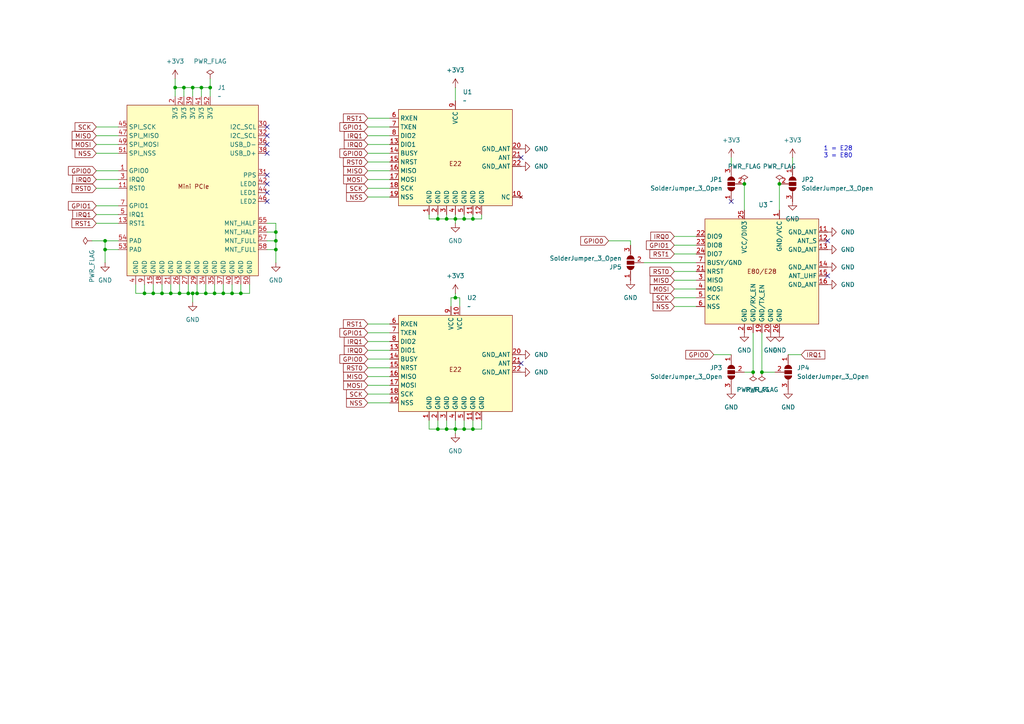
<source format=kicad_sch>
(kicad_sch (version 20250114) (generator "eeschema") (generator_version "9.0")
  (paper "A4")
  (lib_symbols
    (symbol "E22_1"
      (property "Reference" "U" (at 0 0.762 0))
      (symbol "E22_1_1_1"
        (rectangle (start -16.51 13.97) (end 16.51 -13.97) (fill (type background)))
        (text "E22" (at 0 -1.778 0) (effects (font (size 1.27 1.27))))
        (pin tri_state line (at -19.05 11.43 0) (length 2.54) (name "RXEN") (number "6"))
        (pin tri_state line (at -19.05 8.89 0) (length 2.54) (name "TXEN") (number "7"))
        (pin bidirectional line (at -19.05 6.35 0) (length 2.54) (name "DIO2") (number "8"))
        (pin bidirectional line (at -19.05 3.81 0) (length 2.54) (name "DIO1") (number "13"))
        (pin bidirectional line (at -19.05 1.27 0) (length 2.54) (name "BUSY") (number "14"))
        (pin input line (at -19.05 -1.27 0) (length 2.54) (name "NRST") (number "15"))
        (pin tri_state line (at -19.05 -3.81 0) (length 2.54) (name "MISO") (number "16"))
        (pin input line (at -19.05 -6.35 0) (length 2.54) (name "MOSI") (number "17"))
        (pin input line (at -19.05 -8.89 0) (length 2.54) (name "SCK") (number "18"))
        (pin input line (at -19.05 -11.43 0) (length 2.54) (name "NSS") (number "19"))
        (pin power_in line (at -7.62 -16.51 90) (length 2.54) (name "GND") (number "1"))
        (pin power_in line (at -5.08 -16.51 90) (length 2.54) (name "GND") (number "2"))
        (pin power_in line (at -2.54 -16.51 90) (length 2.54) (name "GND") (number "3"))
        (pin power_in line (at 0 16.51 270) (length 2.54) (name "VCC") (number "9"))
        (pin power_in line (at 0 -16.51 90) (length 2.54) (name "GND") (number "4"))
        (pin power_in line (at 2.54 -16.51 90) (length 2.54) (name "GND") (number "5"))
        (pin power_in line (at 5.08 -16.51 90) (length 2.54) (name "GND") (number "11"))
        (pin power_in line (at 7.62 -16.51 90) (length 2.54) (name "GND") (number "12"))
        (pin power_in line (at 19.05 2.54 180) (length 2.54) (name "GND_ANT") (number "20"))
        (pin bidirectional line (at 19.05 0 180) (length 2.54) (name "ANT") (number "21"))
        (pin power_in line (at 19.05 -2.54 180) (length 2.54) (name "GND_ANT") (number "22"))
        (pin no_connect line (at 19.05 -11.43 180) (length 2.54) (name "NC") (number "10"))
      )
    )
    (symbol "Jumper:SolderJumper_3_Open" (pin_names (offset 0) (hide yes)) (in_bom no)
      (property "Reference" "JP" (at -2.54 -2.54 0))
      (property "Value" "SolderJumper_3_Open" (at 0 2.794 0))
      (symbol "SolderJumper_3_Open_0_1"
        (polyline (pts (xy -2.54 0) (xy -2.032 0)))
        (polyline (pts (xy -1.016 1.016) (xy -1.016 -1.016)))
        (arc (start -1.016 -1.016) (mid -2.0276 0) (end -1.016 1.016))
        (arc (start -1.016 -1.016) (mid -2.0276 0) (end -1.016 1.016) (fill (type outline)))
        (rectangle (start -0.508 1.016) (end 0.508 -1.016) (fill (type outline)))
        (polyline (pts (xy 0 -1.27) (xy 0 -1.016)))
        (arc (start 1.016 1.016) (mid 2.0276 0) (end 1.016 -1.016))
        (arc (start 1.016 1.016) (mid 2.0276 0) (end 1.016 -1.016) (fill (type outline)))
        (polyline (pts (xy 1.016 1.016) (xy 1.016 -1.016)))
        (polyline (pts (xy 2.54 0) (xy 2.032 0)))
      )
      (symbol "SolderJumper_3_Open_1_1"
        (pin passive line (at -5.08 0 0) (length 2.54) (name "A") (number "1"))
        (pin passive line (at 0 -3.81 90) (length 2.54) (name "C") (number "2"))
        (pin passive line (at 5.08 0 180) (length 2.54) (name "B") (number "3"))
      )
    )
    (symbol "RadioHAT:E22_Large"
      (property "Reference" "U" (at 0 0.762 0))
      (symbol "E22_Large_1_1"
        (rectangle (start -16.51 13.97) (end 16.51 -13.97) (fill (type background)))
        (text "E22" (at 0 -1.778 0) (effects (font (size 1.27 1.27))))
        (pin tri_state line (at -19.05 11.43 0) (length 2.54) (name "RXEN") (number "6"))
        (pin tri_state line (at -19.05 8.89 0) (length 2.54) (name "TXEN") (number "7"))
        (pin bidirectional line (at -19.05 6.35 0) (length 2.54) (name "DIO2") (number "8"))
        (pin bidirectional line (at -19.05 3.81 0) (length 2.54) (name "DIO1") (number "13"))
        (pin bidirectional line (at -19.05 1.27 0) (length 2.54) (name "BUSY") (number "14"))
        (pin input line (at -19.05 -1.27 0) (length 2.54) (name "NRST") (number "15"))
        (pin tri_state line (at -19.05 -3.81 0) (length 2.54) (name "MISO") (number "16"))
        (pin input line (at -19.05 -6.35 0) (length 2.54) (name "MOSI") (number "17"))
        (pin input line (at -19.05 -8.89 0) (length 2.54) (name "SCK") (number "18"))
        (pin input line (at -19.05 -11.43 0) (length 2.54) (name "NSS") (number "19"))
        (pin power_in line (at -7.62 -16.51 90) (length 2.54) (name "GND") (number "1"))
        (pin power_in line (at -5.08 -16.51 90) (length 2.54) (name "GND") (number "2"))
        (pin power_in line (at -2.54 -16.51 90) (length 2.54) (name "GND") (number "3"))
        (pin power_in line (at -1.27 16.51 270) (length 2.54) (name "VCC") (number "9"))
        (pin power_in line (at 0 -16.51 90) (length 2.54) (name "GND") (number "4"))
        (pin power_in line (at 1.27 16.51 270) (length 2.54) (name "VCC") (number "10"))
        (pin power_in line (at 2.54 -16.51 90) (length 2.54) (name "GND") (number "5"))
        (pin power_in line (at 5.08 -16.51 90) (length 2.54) (name "GND") (number "11"))
        (pin power_in line (at 7.62 -16.51 90) (length 2.54) (name "GND") (number "12"))
        (pin power_in line (at 19.05 2.54 180) (length 2.54) (name "GND_ANT") (number "20"))
        (pin bidirectional line (at 19.05 0 180) (length 2.54) (name "ANT") (number "21"))
        (pin power_in line (at 19.05 -2.54 180) (length 2.54) (name "GND_ANT") (number "22"))
      )
    )
    (symbol "RadioHAT:E80"
      (property "Reference" "U" (at 0 7.112 0))
      (symbol "E80_1_1"
        (rectangle (start -16.51 15.24) (end 16.51 -15.24) (fill (type background)))
        (text "E80/E28\n" (at 0 0 0) (effects (font (size 1.27 1.27))))
        (pin bidirectional line (at -19.05 10.16 0) (length 2.54) (name "DIO9") (number "22"))
        (pin bidirectional line (at -19.05 7.62 0) (length 2.54) (name "DIO8") (number "23"))
        (pin bidirectional line (at -19.05 5.08 0) (length 2.54) (name "DIO7") (number "24"))
        (pin output line (at -19.05 2.54 0) (length 2.54) (name "BUSY/GND") (number "7"))
        (pin input line (at -19.05 0 0) (length 2.54) (name "NRST") (number "21"))
        (pin tri_state line (at -19.05 -2.54 0) (length 2.54) (name "MISO") (number "3"))
        (pin input line (at -19.05 -5.08 0) (length 2.54) (name "MOSI") (number "4"))
        (pin input line (at -19.05 -7.62 0) (length 2.54) (name "SCK") (number "5"))
        (pin input line (at -19.05 -10.16 0) (length 2.54) (name "NSS") (number "6"))
        (pin power_in line (at -5.08 17.78 270) (length 2.54) (name "VCC/DIO3") (number "25"))
        (pin power_in line (at -5.08 -17.78 90) (length 2.54) (name "GND") (number "2"))
        (pin power_in line (at -2.54 -17.78 90) (length 2.54) (name "GND/RX_EN") (number "8"))
        (pin power_in line (at 0 -17.78 90) (length 2.54) (name "GND/TX_EN") (number "19"))
        (pin power_in line (at 2.54 -17.78 90) (length 2.54) (name "GND") (number "20"))
        (pin power_in line (at 5.08 17.78 270) (length 2.54) (name "GND/VCC") (number "1"))
        (pin power_in line (at 5.08 -17.78 90) (length 2.54) (name "GND") (number "26"))
        (pin power_in line (at 19.05 11.43 180) (length 2.54) (name "GND_ANT") (number "11"))
        (pin bidirectional line (at 19.05 8.89 180) (length 2.54) (name "ANT_S") (number "12"))
        (pin power_in line (at 19.05 6.35 180) (length 2.54) (name "GND_ANT") (number "13"))
        (pin power_in line (at 19.05 1.27 180) (length 2.54) (name "GND_ANT") (number "14"))
        (pin bidirectional line (at 19.05 -1.27 180) (length 2.54) (name "ANT_UHF") (number "15"))
        (pin power_in line (at 19.05 -3.81 180) (length 2.54) (name "GND_ANT") (number "16"))
      )
    )
    (symbol "RadioHAT:Mini_PCIe"
      (property "Reference" "J" (at -19.304 28.448 0))
      (symbol "Mini_PCIe_1_1"
        (rectangle (start -19.05 24.13) (end 19.05 -25.4) (fill (type background)))
        (text "Mini PCIe" (at 0.254 0.508 0) (effects (font (size 1.27 1.27))))
        (pin bidirectional line (at -21.59 17.78 0) (length 2.54) (name "SPI_SCK") (number "45"))
        (pin bidirectional line (at -21.59 15.24 0) (length 2.54) (name "SPI_MISO") (number "47"))
        (pin bidirectional line (at -21.59 12.7 0) (length 2.54) (name "SPI_MOSI") (number "49"))
        (pin bidirectional line (at -21.59 10.16 0) (length 2.54) (name "SPI_NSS") (number "51"))
        (pin bidirectional line (at -21.59 5.08 0) (length 2.54) (name "GPIO0") (number "1"))
        (pin bidirectional line (at -21.59 2.54 0) (length 2.54) (name "IRQ0") (number "3"))
        (pin bidirectional line (at -21.59 0 0) (length 2.54) (name "RST0") (number "11"))
        (pin bidirectional line (at -21.59 -5.08 0) (length 2.54) (name "GPIO1") (number "7"))
        (pin bidirectional line (at -21.59 -7.62 0) (length 2.54) (name "IRQ1") (number "5"))
        (pin bidirectional line (at -21.59 -10.16 0) (length 2.54) (name "RST1") (number "13"))
        (pin free line (at -21.59 -15.24 0) (length 2.54) (name "PAD") (number "54"))
        (pin free line (at -21.59 -17.78 0) (length 2.54) (name "PAD") (number "53"))
        (pin power_in line (at -16.51 -27.94 90) (length 2.54) (name "GND") (number "4"))
        (pin power_in line (at -13.97 -27.94 90) (length 2.54) (name "GND") (number "9"))
        (pin power_in line (at -11.43 -27.94 90) (length 2.54) (name "GND") (number "15"))
        (pin power_in line (at -8.89 -27.94 90) (length 2.54) (name "GND") (number "18"))
        (pin power_in line (at -6.35 -27.94 90) (length 2.54) (name "GND") (number "21"))
        (pin power_in line (at -5.08 26.67 270) (length 2.54) (name "3V3") (number "2"))
        (pin power_in line (at -3.81 -27.94 90) (length 2.54) (name "GND") (number "26"))
        (pin power_in line (at -2.54 26.67 270) (length 2.54) (name "3V3") (number "24"))
        (pin power_in line (at -1.27 -27.94 90) (length 2.54) (name "GND") (number "27"))
        (pin power_in line (at 0 26.67 270) (length 2.54) (name "3V3") (number "39"))
        (pin power_in line (at 1.27 -27.94 90) (length 2.54) (name "GND") (number "29"))
        (pin power_in line (at 2.54 26.67 270) (length 2.54) (name "3V3") (number "41"))
        (pin power_in line (at 3.81 -27.94 90) (length 2.54) (name "GND") (number "34"))
        (pin power_in line (at 5.08 26.67 270) (length 2.54) (name "3V3") (number "52"))
        (pin power_in line (at 6.35 -27.94 90) (length 2.54) (name "GND") (number "35"))
        (pin power_in line (at 8.89 -27.94 90) (length 2.54) (name "GND") (number "37"))
        (pin power_in line (at 11.43 -27.94 90) (length 2.54) (name "GND") (number "40"))
        (pin power_in line (at 13.97 -27.94 90) (length 2.54) (name "GND") (number "43"))
        (pin power_in line (at 16.51 -27.94 90) (length 2.54) (name "GND") (number "50"))
        (pin bidirectional line (at 21.59 17.78 180) (length 2.54) (name "I2C_SCL") (number "30"))
        (pin bidirectional line (at 21.59 15.24 180) (length 2.54) (name "I2C_SCL") (number "32"))
        (pin bidirectional line (at 21.59 12.7 180) (length 2.54) (name "USB_D-") (number "36"))
        (pin bidirectional line (at 21.59 10.16 180) (length 2.54) (name "USB_D+") (number "38"))
        (pin bidirectional line (at 21.59 3.81 180) (length 2.54) (name "PPS") (number "31"))
        (pin bidirectional line (at 21.59 1.27 180) (length 2.54) (name "LED0") (number "42"))
        (pin bidirectional line (at 21.59 -1.27 180) (length 2.54) (name "LED1") (number "44"))
        (pin bidirectional line (at 21.59 -3.81 180) (length 2.54) (name "LED2") (number "46"))
        (pin free line (at 21.59 -10.16 180) (length 2.54) (name "MNT_HALF") (number "55"))
        (pin free line (at 21.59 -12.7 180) (length 2.54) (name "MNT_HALF") (number "56"))
        (pin free line (at 21.59 -15.24 180) (length 2.54) (name "MNT_FULL") (number "57"))
        (pin free line (at 21.59 -17.78 180) (length 2.54) (name "MNT_FULL") (number "58"))
      )
    )
    (symbol "power:+3V3" (power) (pin_numbers (hide yes)) (pin_names (offset 0) (hide yes))
      (property "Value" "+3V3" (at 0 3.556 0))
      (symbol "+3V3_0_1"
        (polyline (pts (xy -0.762 1.27) (xy 0 2.54)))
        (polyline (pts (xy 0 2.54) (xy 0.762 1.27)))
        (polyline (pts (xy 0 0) (xy 0 2.54)))
      )
      (symbol "+3V3_1_1"
        (pin power_in line (at 0 0 90) (length 0) (name "~") (number "1"))
      )
    )
    (symbol "power:GND" (power) (pin_numbers (hide yes)) (pin_names (offset 0) (hide yes))
      (property "Value" "GND" (at 0 -3.81 0))
      (symbol "GND_0_1"
        (polyline (pts (xy 0 0) (xy 0 -1.27) (xy 1.27 -1.27) (xy 0 -2.54) (xy -1.27 -1.27) (xy 0 -1.27)))
      )
      (symbol "GND_1_1"
        (pin power_in line (at 0 0 270) (length 0) (name "~") (number "1"))
      )
    )
    (symbol "power:PWR_FLAG" (power) (pin_numbers (hide yes)) (pin_names (offset 0) (hide yes))
      (property "Value" "PWR_FLAG" (at 0 3.81 0))
      (symbol "PWR_FLAG_0_0"
        (pin power_out line (at 0 0 90) (length 0) (name "~") (number "1"))
      )
      (symbol "PWR_FLAG_0_1"
        (polyline (pts (xy 0 0) (xy 0 1.27) (xy -1.016 1.905) (xy 0 2.54) (xy 1.016 1.905) (xy 0 1.27)))
      )
    )
  )
  (text "1 = E28\n3 = E80" (at 243.078 44.196 0) (effects (font (size 1.27 1.27))))
  (junction (at 132.08 63.5))
  (junction (at 215.9 53.34))
  (junction (at 49.53 85.09))
  (junction (at 41.91 85.09))
  (junction (at 127 63.5))
  (junction (at 64.77 85.09))
  (junction (at 127 124.46))
  (junction (at 67.31 85.09))
  (junction (at 62.23 85.09))
  (junction (at 134.62 63.5))
  (junction (at 30.48 69.85))
  (junction (at 59.69 85.09))
  (junction (at 30.48 72.39))
  (junction (at 129.54 63.5))
  (junction (at 69.85 85.09))
  (junction (at 137.16 63.5))
  (junction (at 52.07 85.09))
  (junction (at 80.01 67.31))
  (junction (at 80.01 69.85))
  (junction (at 54.61 85.09))
  (junction (at 55.88 25.4))
  (junction (at 80.01 72.39))
  (junction (at 132.08 86.36))
  (junction (at 53.34 25.4))
  (junction (at 44.45 85.09))
  (junction (at 132.08 124.46))
  (junction (at 60.96 25.4))
  (junction (at 218.44 107.95))
  (junction (at 220.98 107.95))
  (junction (at 55.88 85.09))
  (junction (at 57.15 85.09))
  (junction (at 58.42 25.4))
  (junction (at 50.8 25.4))
  (junction (at 137.16 124.46))
  (junction (at 46.99 85.09))
  (junction (at 129.54 124.46))
  (junction (at 134.62 124.46))
  (junction (at 226.06 53.34))
  (no_connect (at 151.13 45.72))
  (no_connect (at 77.47 36.83))
  (no_connect (at 77.47 39.37))
  (no_connect (at 77.47 41.91))
  (no_connect (at 77.47 44.45))
  (no_connect (at 212.09 58.42))
  (no_connect (at 151.13 105.41))
  (no_connect (at 77.47 58.42))
  (no_connect (at 77.47 55.88))
  (no_connect (at 240.03 69.85))
  (no_connect (at 77.47 53.34))
  (no_connect (at 240.03 80.01))
  (no_connect (at 77.47 50.8))
  (wire (pts (xy 39.37 85.09) (xy 41.91 85.09)))
  (wire (pts (xy 229.87 45.72) (xy 229.87 48.26)))
  (wire (pts (xy 195.58 71.12) (xy 201.93 71.12)))
  (wire (pts (xy 137.16 62.23) (xy 137.16 63.5)))
  (wire (pts (xy 54.61 85.09) (xy 55.88 85.09)))
  (wire (pts (xy 132.08 121.92) (xy 132.08 124.46)))
  (wire (pts (xy 137.16 63.5) (xy 134.62 63.5)))
  (wire (pts (xy 106.68 93.98) (xy 113.03 93.98)))
  (wire (pts (xy 134.62 62.23) (xy 134.62 63.5)))
  (wire (pts (xy 127 124.46) (xy 129.54 124.46)))
  (wire (pts (xy 69.85 82.55) (xy 69.85 85.09)))
  (wire (pts (xy 49.53 82.55) (xy 49.53 85.09)))
  (wire (pts (xy 57.15 82.55) (xy 57.15 85.09)))
  (wire (pts (xy 55.88 25.4) (xy 55.88 27.94)))
  (wire (pts (xy 124.46 121.92) (xy 124.46 124.46)))
  (wire (pts (xy 27.94 52.07) (xy 34.29 52.07)))
  (wire (pts (xy 26.67 69.85) (xy 30.48 69.85)))
  (wire (pts (xy 130.81 88.9) (xy 130.81 86.36)))
  (wire (pts (xy 30.48 72.39) (xy 30.48 76.2)))
  (wire (pts (xy 195.58 81.28) (xy 201.93 81.28)))
  (wire (pts (xy 106.68 96.52) (xy 113.03 96.52)))
  (wire (pts (xy 77.47 72.39) (xy 80.01 72.39)))
  (wire (pts (xy 124.46 124.46) (xy 127 124.46)))
  (wire (pts (xy 132.08 62.23) (xy 132.08 63.5)))
  (wire (pts (xy 176.53 69.85) (xy 182.88 69.85)))
  (wire (pts (xy 130.81 86.36) (xy 132.08 86.36)))
  (wire (pts (xy 106.68 57.15) (xy 113.03 57.15)))
  (wire (pts (xy 106.68 44.45) (xy 113.03 44.45)))
  (wire (pts (xy 106.68 106.68) (xy 113.03 106.68)))
  (wire (pts (xy 137.16 121.92) (xy 137.16 124.46)))
  (wire (pts (xy 132.08 124.46) (xy 132.08 125.73)))
  (wire (pts (xy 55.88 85.09) (xy 57.15 85.09)))
  (wire (pts (xy 124.46 62.23) (xy 124.46 63.5)))
  (wire (pts (xy 137.16 63.5) (xy 139.7 63.5)))
  (wire (pts (xy 30.48 69.85) (xy 30.48 72.39)))
  (wire (pts (xy 64.77 85.09) (xy 67.31 85.09)))
  (wire (pts (xy 133.35 86.36) (xy 132.08 86.36)))
  (wire (pts (xy 195.58 73.66) (xy 201.93 73.66)))
  (wire (pts (xy 132.08 85.09) (xy 132.08 86.36)))
  (wire (pts (xy 106.68 99.06) (xy 113.03 99.06)))
  (wire (pts (xy 41.91 82.55) (xy 41.91 85.09)))
  (wire (pts (xy 46.99 85.09) (xy 49.53 85.09)))
  (wire (pts (xy 220.98 96.52) (xy 220.98 107.95)))
  (wire (pts (xy 106.68 104.14) (xy 113.03 104.14)))
  (wire (pts (xy 134.62 121.92) (xy 134.62 124.46)))
  (wire (pts (xy 27.94 44.45) (xy 34.29 44.45)))
  (wire (pts (xy 57.15 85.09) (xy 59.69 85.09)))
  (wire (pts (xy 220.98 107.95) (xy 224.79 107.95)))
  (wire (pts (xy 127 63.5) (xy 129.54 63.5)))
  (wire (pts (xy 106.68 114.3) (xy 113.03 114.3)))
  (wire (pts (xy 53.34 25.4) (xy 55.88 25.4)))
  (wire (pts (xy 59.69 82.55) (xy 59.69 85.09)))
  (wire (pts (xy 27.94 41.91) (xy 34.29 41.91)))
  (wire (pts (xy 195.58 86.36) (xy 201.93 86.36)))
  (wire (pts (xy 218.44 96.52) (xy 218.44 107.95)))
  (wire (pts (xy 80.01 69.85) (xy 80.01 72.39)))
  (wire (pts (xy 77.47 64.77) (xy 80.01 64.77)))
  (wire (pts (xy 106.68 41.91) (xy 113.03 41.91)))
  (wire (pts (xy 67.31 82.55) (xy 67.31 85.09)))
  (wire (pts (xy 62.23 85.09) (xy 64.77 85.09)))
  (wire (pts (xy 106.68 39.37) (xy 113.03 39.37)))
  (wire (pts (xy 132.08 124.46) (xy 134.62 124.46)))
  (wire (pts (xy 228.6 102.87) (xy 232.41 102.87)))
  (wire (pts (xy 195.58 83.82) (xy 201.93 83.82)))
  (wire (pts (xy 106.68 109.22) (xy 113.03 109.22)))
  (wire (pts (xy 132.08 63.5) (xy 132.08 64.77)))
  (wire (pts (xy 134.62 63.5) (xy 132.08 63.5)))
  (wire (pts (xy 186.69 76.2) (xy 201.93 76.2)))
  (wire (pts (xy 41.91 85.09) (xy 44.45 85.09)))
  (wire (pts (xy 80.01 72.39) (xy 80.01 76.2)))
  (wire (pts (xy 139.7 62.23) (xy 139.7 63.5)))
  (wire (pts (xy 27.94 64.77) (xy 34.29 64.77)))
  (wire (pts (xy 207.01 102.87) (xy 212.09 102.87)))
  (wire (pts (xy 27.94 36.83) (xy 34.29 36.83)))
  (wire (pts (xy 44.45 82.55) (xy 44.45 85.09)))
  (wire (pts (xy 80.01 67.31) (xy 80.01 69.85)))
  (wire (pts (xy 49.53 85.09) (xy 52.07 85.09)))
  (wire (pts (xy 215.9 107.95) (xy 218.44 107.95)))
  (wire (pts (xy 44.45 85.09) (xy 46.99 85.09)))
  (wire (pts (xy 55.88 85.09) (xy 55.88 87.63)))
  (wire (pts (xy 195.58 78.74) (xy 201.93 78.74)))
  (wire (pts (xy 67.31 85.09) (xy 69.85 85.09)))
  (wire (pts (xy 129.54 62.23) (xy 129.54 63.5)))
  (wire (pts (xy 106.68 111.76) (xy 113.03 111.76)))
  (wire (pts (xy 55.88 25.4) (xy 58.42 25.4)))
  (wire (pts (xy 27.94 49.53) (xy 34.29 49.53)))
  (wire (pts (xy 215.9 53.34) (xy 215.9 60.96)))
  (wire (pts (xy 39.37 82.55) (xy 39.37 85.09)))
  (wire (pts (xy 46.99 82.55) (xy 46.99 85.09)))
  (wire (pts (xy 124.46 63.5) (xy 127 63.5)))
  (wire (pts (xy 52.07 85.09) (xy 54.61 85.09)))
  (wire (pts (xy 27.94 39.37) (xy 34.29 39.37)))
  (wire (pts (xy 137.16 124.46) (xy 139.7 124.46)))
  (wire (pts (xy 182.88 69.85) (xy 182.88 71.12)))
  (wire (pts (xy 139.7 121.92) (xy 139.7 124.46)))
  (wire (pts (xy 50.8 25.4) (xy 53.34 25.4)))
  (wire (pts (xy 59.69 85.09) (xy 62.23 85.09)))
  (wire (pts (xy 106.68 116.84) (xy 113.03 116.84)))
  (wire (pts (xy 129.54 121.92) (xy 129.54 124.46)))
  (wire (pts (xy 27.94 54.61) (xy 34.29 54.61)))
  (wire (pts (xy 226.06 53.34) (xy 226.06 60.96)))
  (wire (pts (xy 212.09 45.72) (xy 212.09 48.26)))
  (wire (pts (xy 195.58 68.58) (xy 201.93 68.58)))
  (wire (pts (xy 129.54 124.46) (xy 132.08 124.46)))
  (wire (pts (xy 106.68 49.53) (xy 113.03 49.53)))
  (wire (pts (xy 106.68 54.61) (xy 113.03 54.61)))
  (wire (pts (xy 134.62 124.46) (xy 137.16 124.46)))
  (wire (pts (xy 58.42 25.4) (xy 60.96 25.4)))
  (wire (pts (xy 72.39 85.09) (xy 72.39 82.55)))
  (wire (pts (xy 106.68 36.83) (xy 113.03 36.83)))
  (wire (pts (xy 64.77 82.55) (xy 64.77 85.09)))
  (wire (pts (xy 80.01 64.77) (xy 80.01 67.31)))
  (wire (pts (xy 132.08 25.4) (xy 132.08 29.21)))
  (wire (pts (xy 106.68 34.29) (xy 113.03 34.29)))
  (wire (pts (xy 52.07 82.55) (xy 52.07 85.09)))
  (wire (pts (xy 106.68 46.99) (xy 113.03 46.99)))
  (wire (pts (xy 30.48 72.39) (xy 34.29 72.39)))
  (wire (pts (xy 60.96 22.86) (xy 60.96 25.4)))
  (wire (pts (xy 34.29 69.85) (xy 30.48 69.85)))
  (wire (pts (xy 195.58 88.9) (xy 201.93 88.9)))
  (wire (pts (xy 129.54 63.5) (xy 132.08 63.5)))
  (wire (pts (xy 77.47 67.31) (xy 80.01 67.31)))
  (wire (pts (xy 77.47 69.85) (xy 80.01 69.85)))
  (wire (pts (xy 69.85 85.09) (xy 72.39 85.09)))
  (wire (pts (xy 50.8 27.94) (xy 50.8 25.4)))
  (wire (pts (xy 62.23 82.55) (xy 62.23 85.09)))
  (wire (pts (xy 53.34 25.4) (xy 53.34 27.94)))
  (wire (pts (xy 27.94 59.69) (xy 34.29 59.69)))
  (wire (pts (xy 127 121.92) (xy 127 124.46)))
  (wire (pts (xy 127 62.23) (xy 127 63.5)))
  (wire (pts (xy 50.8 22.86) (xy 50.8 25.4)))
  (wire (pts (xy 27.94 62.23) (xy 34.29 62.23)))
  (wire (pts (xy 58.42 25.4) (xy 58.42 27.94)))
  (wire (pts (xy 60.96 25.4) (xy 60.96 27.94)))
  (wire (pts (xy 106.68 52.07) (xy 113.03 52.07)))
  (wire (pts (xy 133.35 88.9) (xy 133.35 86.36)))
  (wire (pts (xy 106.68 101.6) (xy 113.03 101.6)))
  (wire (pts (xy 54.61 82.55) (xy 54.61 85.09)))
  (global_label "MISO" (shape input) (at 106.68 49.53 180) (property "Intersheetrefs" "${INTERSHEET_REFS}" (effects (hide yes))))
  (global_label "GPIO1" (shape input) (at 27.94 59.69 180) (property "Intersheetrefs" "${INTERSHEET_REFS}" (effects (hide yes))))
  (global_label "SCK" (shape input) (at 27.94 36.83 180) (property "Intersheetrefs" "${INTERSHEET_REFS}" (effects (hide yes))))
  (global_label "IRQ1" (shape input) (at 106.68 39.37 180) (property "Intersheetrefs" "${INTERSHEET_REFS}" (effects (hide yes))))
  (global_label "MOSI" (shape input) (at 195.58 83.82 180) (property "Intersheetrefs" "${INTERSHEET_REFS}" (effects (hide yes))))
  (global_label "MOSI" (shape input) (at 27.94 41.91 180) (property "Intersheetrefs" "${INTERSHEET_REFS}" (effects (hide yes))))
  (global_label "GPIO0" (shape input) (at 27.94 49.53 180) (property "Intersheetrefs" "${INTERSHEET_REFS}" (effects (hide yes))))
  (global_label "RST0" (shape input) (at 106.68 106.68 180) (property "Intersheetrefs" "${INTERSHEET_REFS}" (effects (hide yes))))
  (global_label "RST0" (shape input) (at 195.58 78.74 180) (property "Intersheetrefs" "${INTERSHEET_REFS}" (effects (hide yes))))
  (global_label "MOSI" (shape input) (at 106.68 111.76 180) (property "Intersheetrefs" "${INTERSHEET_REFS}" (effects (hide yes))))
  (global_label "GPIO0" (shape input) (at 207.01 102.87 180) (property "Intersheetrefs" "${INTERSHEET_REFS}" (effects (hide yes))))
  (global_label "IRQ0" (shape input) (at 106.68 101.6 180) (property "Intersheetrefs" "${INTERSHEET_REFS}" (effects (hide yes))))
  (global_label "MOSI" (shape input) (at 106.68 52.07 180) (property "Intersheetrefs" "${INTERSHEET_REFS}" (effects (hide yes))))
  (global_label "SCK" (shape input) (at 106.68 54.61 180) (property "Intersheetrefs" "${INTERSHEET_REFS}" (effects (hide yes))))
  (global_label "RST0" (shape input) (at 27.94 54.61 180) (property "Intersheetrefs" "${INTERSHEET_REFS}" (effects (hide yes))))
  (global_label "NSS" (shape input) (at 195.58 88.9 180) (property "Intersheetrefs" "${INTERSHEET_REFS}" (effects (hide yes))))
  (global_label "NSS" (shape input) (at 106.68 57.15 180) (property "Intersheetrefs" "${INTERSHEET_REFS}" (effects (hide yes))))
  (global_label "GPIO0" (shape input) (at 106.68 44.45 180) (property "Intersheetrefs" "${INTERSHEET_REFS}" (effects (hide yes))))
  (global_label "SCK" (shape input) (at 195.58 86.36 180) (property "Intersheetrefs" "${INTERSHEET_REFS}" (effects (hide yes))))
  (global_label "NSS" (shape input) (at 106.68 116.84 180) (property "Intersheetrefs" "${INTERSHEET_REFS}" (effects (hide yes))))
  (global_label "GPIO0" (shape input) (at 176.53 69.85 180) (property "Intersheetrefs" "${INTERSHEET_REFS}" (effects (hide yes))))
  (global_label "IRQ0" (shape input) (at 27.94 52.07 180) (property "Intersheetrefs" "${INTERSHEET_REFS}" (effects (hide yes))))
  (global_label "GPIO1" (shape input) (at 106.68 96.52 180) (property "Intersheetrefs" "${INTERSHEET_REFS}" (effects (hide yes))))
  (global_label "IRQ1" (shape input) (at 27.94 62.23 180) (property "Intersheetrefs" "${INTERSHEET_REFS}" (effects (hide yes))))
  (global_label "GPIO1" (shape input) (at 106.68 36.83 180) (property "Intersheetrefs" "${INTERSHEET_REFS}" (effects (hide yes))))
  (global_label "RST1" (shape input) (at 106.68 34.29 180) (property "Intersheetrefs" "${INTERSHEET_REFS}" (effects (hide yes))))
  (global_label "NSS" (shape input) (at 27.94 44.45 180) (property "Intersheetrefs" "${INTERSHEET_REFS}" (effects (hide yes))))
  (global_label "GPIO0" (shape input) (at 106.68 104.14 180) (property "Intersheetrefs" "${INTERSHEET_REFS}" (effects (hide yes))))
  (global_label "SCK" (shape input) (at 106.68 114.3 180) (property "Intersheetrefs" "${INTERSHEET_REFS}" (effects (hide yes))))
  (global_label "MISO" (shape input) (at 27.94 39.37 180) (property "Intersheetrefs" "${INTERSHEET_REFS}" (effects (hide yes))))
  (global_label "IRQ1" (shape input) (at 106.68 99.06 180) (property "Intersheetrefs" "${INTERSHEET_REFS}" (effects (hide yes))))
  (global_label "RST0" (shape input) (at 106.68 46.99 180) (property "Intersheetrefs" "${INTERSHEET_REFS}" (effects (hide yes))))
  (global_label "GPIO1" (shape input) (at 195.58 71.12 180) (property "Intersheetrefs" "${INTERSHEET_REFS}" (effects (hide yes))))
  (global_label "RST1" (shape input) (at 27.94 64.77 180) (property "Intersheetrefs" "${INTERSHEET_REFS}" (effects (hide yes))))
  (global_label "IRQ0" (shape input) (at 195.58 68.58 180) (property "Intersheetrefs" "${INTERSHEET_REFS}" (effects (hide yes))))
  (global_label "RST1" (shape input) (at 106.68 93.98 180) (property "Intersheetrefs" "${INTERSHEET_REFS}" (effects (hide yes))))
  (global_label "MISO" (shape input) (at 106.68 109.22 180) (property "Intersheetrefs" "${INTERSHEET_REFS}" (effects (hide yes))))
  (global_label "MISO" (shape input) (at 195.58 81.28 180) (property "Intersheetrefs" "${INTERSHEET_REFS}" (effects (hide yes))))
  (global_label "IRQ1" (shape input) (at 232.41 102.87 0) (property "Intersheetrefs" "${INTERSHEET_REFS}" (effects (hide yes))))
  (global_label "IRQ0" (shape input) (at 106.68 41.91 180) (property "Intersheetrefs" "${INTERSHEET_REFS}" (effects (hide yes))))
  (global_label "RST1" (shape input) (at 195.58 73.66 180) (property "Intersheetrefs" "${INTERSHEET_REFS}" (effects (hide yes))))
  (symbol (lib_id "Jumper:SolderJumper_3_Open") (at 228.6 107.95 270) (unit 1) (in_bom no)
    (property "Reference" "JP4" (at 231.14 106.6799 90) (effects (justify left)))
    (property "Value" "SolderJumper_3_Open" (at 231.14 109.2199 90) (effects (justify left)))
    (property "Footprint" "Jumper:SolderJumper-3_P2.0mm_Open_TrianglePad1.0x1.5mm_NumberLabels" (effects (hide yes)))
    (property "Description" "Solder Jumper, 3-pole, open" (effects (hide yes)))
  )
  (symbol (lib_id "power:GND") (at 226.06 96.52 0) (unit 1)
    (property "Reference" "#PWR022" (effects (hide yes)))
    (property "Value" "GND" (at 226.06 101.6 0))
    (property "Description" "Power symbol creates a global label with name \"GND\" , ground" (effects (hide yes)))
  )
  (symbol (lib_id "power:+3V3") (at 50.8 22.86 0) (unit 1)
    (property "Reference" "#PWR04" (effects (hide yes)))
    (property "Value" "+3V3" (at 50.8 17.78 0))
    (property "Description" "Power symbol creates a global label with name \"+3V3\"" (effects (hide yes)))
  )
  (symbol (lib_id "Jumper:SolderJumper_3_Open") (at 229.87 53.34 270) (unit 1) (in_bom no)
    (property "Reference" "JP2" (at 232.41 52.0699 90) (effects (justify left)))
    (property "Value" "SolderJumper_3_Open" (at 232.41 54.6099 90) (effects (justify left)))
    (property "Footprint" "Jumper:SolderJumper-3_P2.0mm_Open_TrianglePad1.0x1.5mm_NumberLabels" (effects (hide yes)))
    (property "Description" "Solder Jumper, 3-pole, open" (effects (hide yes)))
  )
  (symbol (lib_id "power:GND") (at 151.13 43.18 90) (unit 1)
    (property "Reference" "#PWR06" (effects (hide yes)))
    (property "Value" "GND" (at 154.94 43.1799 90) (effects (justify right)))
    (property "Description" "Power symbol creates a global label with name \"GND\" , ground" (effects (hide yes)))
  )
  (symbol (lib_id "power:GND") (at 215.9 96.52 0) (unit 1)
    (property "Reference" "#PWR015" (effects (hide yes)))
    (property "Value" "GND" (at 215.9 101.6 0))
    (property "Description" "Power symbol creates a global label with name \"GND\" , ground" (effects (hide yes)))
  )
  (symbol (lib_id "power:+3V3") (at 212.09 45.72 0) (unit 1)
    (property "Reference" "#PWR019" (effects (hide yes)))
    (property "Value" "+3V3" (at 212.09 40.64 0))
    (property "Description" "Power symbol creates a global label with name \"+3V3\"" (effects (hide yes)))
  )
  (symbol (lib_id "Jumper:SolderJumper_3_Open") (at 212.09 107.95 90) (mirror x) (unit 1) (in_bom no)
    (property "Reference" "JP3" (at 209.55 106.6799 90) (effects (justify left)))
    (property "Value" "SolderJumper_3_Open" (at 209.55 109.2199 90) (effects (justify left)))
    (property "Footprint" "Jumper:SolderJumper-3_P2.0mm_Open_TrianglePad1.0x1.5mm_NumberLabels" (effects (hide yes)))
    (property "Description" "Solder Jumper, 3-pole, open" (effects (hide yes)))
  )
  (symbol (lib_id "power:GND") (at 240.03 82.55 90) (unit 1)
    (property "Reference" "#PWR07" (effects (hide yes)))
    (property "Value" "GND" (at 243.84 82.5499 90) (effects (justify right)))
    (property "Description" "Power symbol creates a global label with name \"GND\" , ground" (effects (hide yes)))
  )
  (symbol (lib_id "power:PWR_FLAG") (at 226.06 53.34 0) (unit 1)
    (property "Reference" "#FLG04" (effects (hide yes)))
    (property "Value" "PWR_FLAG" (at 226.06 48.26 0))
    (property "Description" "Special symbol for telling ERC where power comes from" (effects (hide yes)))
  )
  (symbol (lib_id "power:+3V3") (at 132.08 25.4 0) (unit 1)
    (property "Reference" "#PWR016" (effects (hide yes)))
    (property "Value" "+3V3" (at 132.08 20.32 0))
    (property "Description" "Power symbol creates a global label with name \"+3V3\"" (effects (hide yes)))
  )
  (symbol (lib_id "power:GND") (at 182.88 81.28 0) (unit 1)
    (property "Reference" "#PWR025" (effects (hide yes)))
    (property "Value" "GND" (at 182.88 86.36 0))
    (property "Description" "Power symbol creates a global label with name \"GND\" , ground" (effects (hide yes)))
  )
  (symbol (lib_id "power:GND") (at 151.13 102.87 90) (unit 1)
    (property "Reference" "#PWR011" (effects (hide yes)))
    (property "Value" "GND" (at 154.94 102.8699 90) (effects (justify right)))
    (property "Description" "Power symbol creates a global label with name \"GND\" , ground" (effects (hide yes)))
  )
  (symbol (lib_id "Jumper:SolderJumper_3_Open") (at 212.09 53.34 90) (unit 1) (in_bom no)
    (property "Reference" "JP1" (at 209.55 52.0699 90) (effects (justify left)))
    (property "Value" "SolderJumper_3_Open" (at 209.55 54.6099 90) (effects (justify left)))
    (property "Footprint" "Jumper:SolderJumper-3_P2.0mm_Open_TrianglePad1.0x1.5mm_NumberLabels" (effects (hide yes)))
    (property "Description" "Solder Jumper, 3-pole, open" (effects (hide yes)))
  )
  (symbol (lib_id "power:GND") (at 151.13 48.26 90) (unit 1)
    (property "Reference" "#PWR05" (effects (hide yes)))
    (property "Value" "GND" (at 154.94 48.2599 90) (effects (justify right)))
    (property "Description" "Power symbol creates a global label with name \"GND\" , ground" (effects (hide yes)))
  )
  (symbol (lib_id "power:GND") (at 80.01 76.2 0) (unit 1)
    (property "Reference" "#PWR03" (effects (hide yes)))
    (property "Value" "GND" (at 80.01 81.28 0))
    (property "Description" "Power symbol creates a global label with name \"GND\" , ground" (effects (hide yes)))
  )
  (symbol (lib_id "power:GND") (at 240.03 67.31 90) (unit 1)
    (property "Reference" "#PWR010" (effects (hide yes)))
    (property "Value" "GND" (at 243.84 67.3099 90) (effects (justify right)))
    (property "Description" "Power symbol creates a global label with name \"GND\" , ground" (effects (hide yes)))
  )
  (symbol (lib_id "power:PWR_FLAG") (at 218.44 107.95 180) (unit 1)
    (property "Reference" "#FLG05" (effects (hide yes)))
    (property "Value" "PWR_FLAG" (at 218.44 113.03 0))
    (property "Description" "Special symbol for telling ERC where power comes from" (effects (hide yes)))
  )
  (symbol (lib_name "E22_1") (lib_id "RadioHAT:E22") (at 132.08 45.72 0) (unit 1)
    (property "Reference" "U1" (at 134.2233 26.67 0) (effects (justify left)))
    (property "Value" "~" (at 134.2233 29.21 0) (effects (justify left)))
    (property "Footprint" "RadioHAT:E22_Small" (effects (hide yes)))
  )
  (symbol (lib_id "RadioHAT:E22_Large") (at 132.08 105.41 0) (unit 1)
    (property "Reference" "U2" (at 135.4933 86.36 0) (effects (justify left)))
    (property "Value" "~" (at 135.4933 88.9 0) (effects (justify left)))
    (property "Footprint" "RadioHAT:E22_Large" (effects (hide yes)))
  )
  (symbol (lib_id "power:PWR_FLAG") (at 60.96 22.86 0) (unit 1)
    (property "Reference" "#FLG01" (effects (hide yes)))
    (property "Value" "PWR_FLAG" (at 60.96 17.78 0))
    (property "Description" "Special symbol for telling ERC where power comes from" (effects (hide yes)))
  )
  (symbol (lib_id "power:GND") (at 212.09 113.03 0) (unit 1)
    (property "Reference" "#PWR023" (effects (hide yes)))
    (property "Value" "GND" (at 212.09 118.11 0))
    (property "Description" "Power symbol creates a global label with name \"GND\" , ground" (effects (hide yes)))
  )
  (symbol (lib_id "Jumper:SolderJumper_3_Open") (at 182.88 76.2 90) (unit 1) (in_bom no)
    (property "Reference" "JP5" (at 180.34 77.4701 90) (effects (justify left)))
    (property "Value" "SolderJumper_3_Open" (at 180.34 74.9301 90) (effects (justify left)))
    (property "Footprint" "Jumper:SolderJumper-3_P2.0mm_Open_TrianglePad1.0x1.5mm_NumberLabels" (effects (hide yes)))
    (property "Description" "Solder Jumper, 3-pole, open" (effects (hide yes)))
  )
  (symbol (lib_id "power:GND") (at 132.08 64.77 0) (unit 1)
    (property "Reference" "#PWR014" (effects (hide yes)))
    (property "Value" "GND" (at 132.08 69.85 0))
    (property "Description" "Power symbol creates a global label with name \"GND\" , ground" (effects (hide yes)))
  )
  (symbol (lib_id "power:PWR_FLAG") (at 215.9 53.34 0) (unit 1)
    (property "Reference" "#FLG03" (effects (hide yes)))
    (property "Value" "PWR_FLAG" (at 215.9 48.26 0))
    (property "Description" "Special symbol for telling ERC where power comes from" (effects (hide yes)))
  )
  (symbol (lib_id "power:GND") (at 132.08 125.73 0) (unit 1)
    (property "Reference" "#PWR013" (effects (hide yes)))
    (property "Value" "GND" (at 132.08 130.81 0))
    (property "Description" "Power symbol creates a global label with name \"GND\" , ground" (effects (hide yes)))
  )
  (symbol (lib_id "power:GND") (at 240.03 72.39 90) (unit 1)
    (property "Reference" "#PWR09" (effects (hide yes)))
    (property "Value" "GND" (at 243.84 72.3899 90) (effects (justify right)))
    (property "Description" "Power symbol creates a global label with name \"GND\" , ground" (effects (hide yes)))
  )
  (symbol (lib_id "power:PWR_FLAG") (at 220.98 107.95 180) (unit 1)
    (property "Reference" "#FLG06" (effects (hide yes)))
    (property "Value" "PWR_FLAG" (at 220.98 113.03 0))
    (property "Description" "Special symbol for telling ERC where power comes from" (effects (hide yes)))
  )
  (symbol (lib_id "power:GND") (at 55.88 87.63 0) (unit 1)
    (property "Reference" "#PWR01" (effects (hide yes)))
    (property "Value" "GND" (at 55.88 92.71 0))
    (property "Description" "Power symbol creates a global label with name \"GND\" , ground" (effects (hide yes)))
  )
  (symbol (lib_id "power:GND") (at 240.03 77.47 90) (unit 1)
    (property "Reference" "#PWR08" (effects (hide yes)))
    (property "Value" "GND" (at 243.84 77.4699 90) (effects (justify right)))
    (property "Description" "Power symbol creates a global label with name \"GND\" , ground" (effects (hide yes)))
  )
  (symbol (lib_id "power:GND") (at 229.87 58.42 0) (unit 1)
    (property "Reference" "#PWR018" (effects (hide yes)))
    (property "Value" "GND" (at 229.87 63.5 0))
    (property "Description" "Power symbol creates a global label with name \"GND\" , ground" (effects (hide yes)))
  )
  (symbol (lib_id "RadioHAT:E80") (at 220.98 78.74 0) (unit 1)
    (property "Reference" "U3" (at 219.964 59.436 0) (effects (justify left)))
    (property "Value" "~" (at 223.1233 58.42 0) (effects (justify left)))
    (property "Footprint" "RadioHAT:E28_E80" (effects (hide yes)))
  )
  (symbol (lib_id "power:GND") (at 223.52 96.52 0) (unit 1)
    (property "Reference" "#PWR021" (effects (hide yes)))
    (property "Value" "GND" (at 223.52 101.6 0))
    (property "Description" "Power symbol creates a global label with name \"GND\" , ground" (effects (hide yes)))
  )
  (symbol (lib_id "power:PWR_FLAG") (at 26.67 69.85 90) (unit 1)
    (property "Reference" "#FLG02" (effects (hide yes)))
    (property "Value" "PWR_FLAG" (at 26.67 77.216 0))
    (property "Description" "Special symbol for telling ERC where power comes from" (effects (hide yes)))
  )
  (symbol (lib_id "power:GND") (at 151.13 107.95 90) (unit 1)
    (property "Reference" "#PWR012" (effects (hide yes)))
    (property "Value" "GND" (at 154.94 107.9499 90) (effects (justify right)))
    (property "Description" "Power symbol creates a global label with name \"GND\" , ground" (effects (hide yes)))
  )
  (symbol (lib_id "power:GND") (at 228.6 113.03 0) (unit 1)
    (property "Reference" "#PWR024" (effects (hide yes)))
    (property "Value" "GND" (at 228.6 118.11 0))
    (property "Description" "Power symbol creates a global label with name \"GND\" , ground" (effects (hide yes)))
  )
  (symbol (lib_id "power:+3V3") (at 132.08 85.09 0) (unit 1)
    (property "Reference" "#PWR017" (effects (hide yes)))
    (property "Value" "+3V3" (at 132.08 80.01 0))
    (property "Description" "Power symbol creates a global label with name \"+3V3\"" (effects (hide yes)))
  )
  (symbol (lib_id "power:GND") (at 30.48 76.2 0) (unit 1)
    (property "Reference" "#PWR02" (effects (hide yes)))
    (property "Value" "GND" (at 30.48 81.28 0))
    (property "Description" "Power symbol creates a global label with name \"GND\" , ground" (effects (hide yes)))
  )
  (symbol (lib_id "RadioHAT:Mini_PCIe") (at 55.88 54.61 0) (unit 1)
    (property "Reference" "J1" (at 63.1033 25.4 0) (effects (justify left)))
    (property "Value" "~" (at 63.1033 27.94 0) (effects (justify left)))
    (property "Footprint" "RadioHAT:Mini_PCIe_Full" (effects (hide yes)))
  )
  (symbol (lib_id "power:+3V3") (at 229.87 45.72 0) (unit 1)
    (property "Reference" "#PWR020" (effects (hide yes)))
    (property "Value" "+3V3" (at 229.87 40.64 0))
    (property "Description" "Power symbol creates a global label with name \"+3V3\"" (effects (hide yes)))
  )
)
</source>
